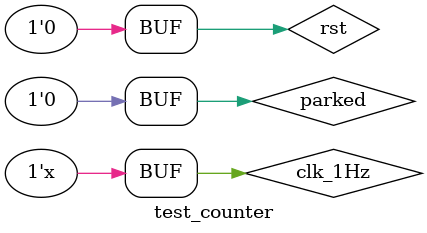
<source format=v>
`timescale 1ns / 1ps


module test_counter;

	// Inputs
	reg clk_1Hz;
	reg rst;
	reg parked;

	// Outputs
	wire [11:0] sec_count;

	// Instantiate the Unit Under Test (UUT)
	second_counter uut (
		.clk_1Hz(clk_1Hz), 
		.rst(rst), 
		.parked(parked), 
		.sec_count(sec_count)
	);

	always #5 clk_1Hz = ~clk_1Hz;

	initial begin
		// Initialize Inputs
		clk_1Hz = 0;
		rst = 1;
		parked = 0;

		// Wait 100 ns for global reset to finish
		#100;
        
		// Add stimulus here
		rst = 0;
		#500 parked = 1;
		#500 parked = 0;
	end
      
endmodule


</source>
